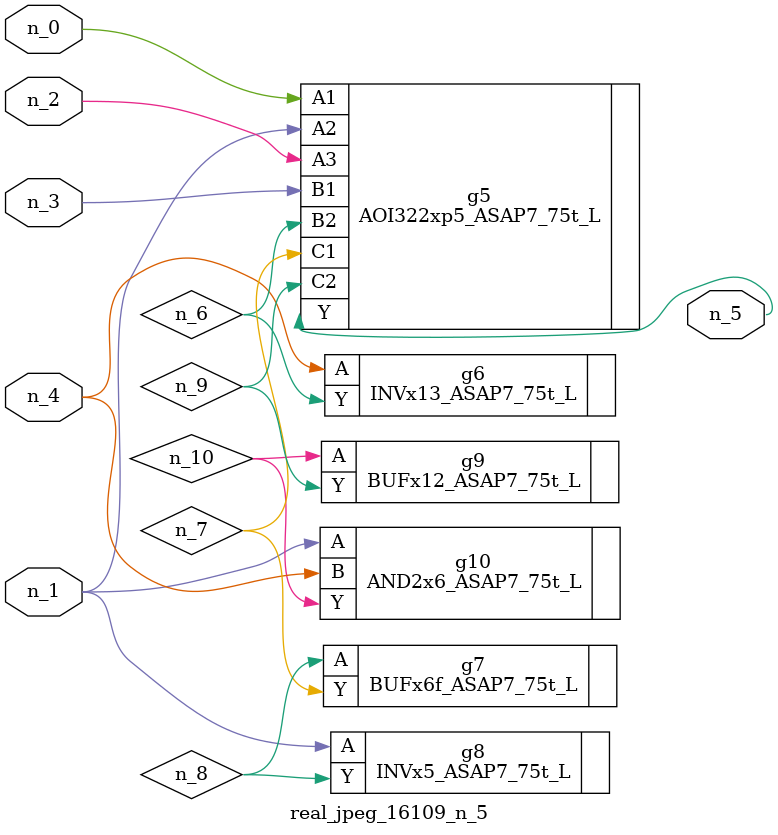
<source format=v>
module real_jpeg_16109_n_5 (n_4, n_0, n_1, n_2, n_3, n_5);

input n_4;
input n_0;
input n_1;
input n_2;
input n_3;

output n_5;

wire n_8;
wire n_6;
wire n_7;
wire n_10;
wire n_9;

AOI322xp5_ASAP7_75t_L g5 ( 
.A1(n_0),
.A2(n_1),
.A3(n_2),
.B1(n_3),
.B2(n_6),
.C1(n_7),
.C2(n_9),
.Y(n_5)
);

INVx5_ASAP7_75t_L g8 ( 
.A(n_1),
.Y(n_8)
);

AND2x6_ASAP7_75t_L g10 ( 
.A(n_1),
.B(n_4),
.Y(n_10)
);

INVx13_ASAP7_75t_L g6 ( 
.A(n_4),
.Y(n_6)
);

BUFx6f_ASAP7_75t_L g7 ( 
.A(n_8),
.Y(n_7)
);

BUFx12_ASAP7_75t_L g9 ( 
.A(n_10),
.Y(n_9)
);


endmodule
</source>
